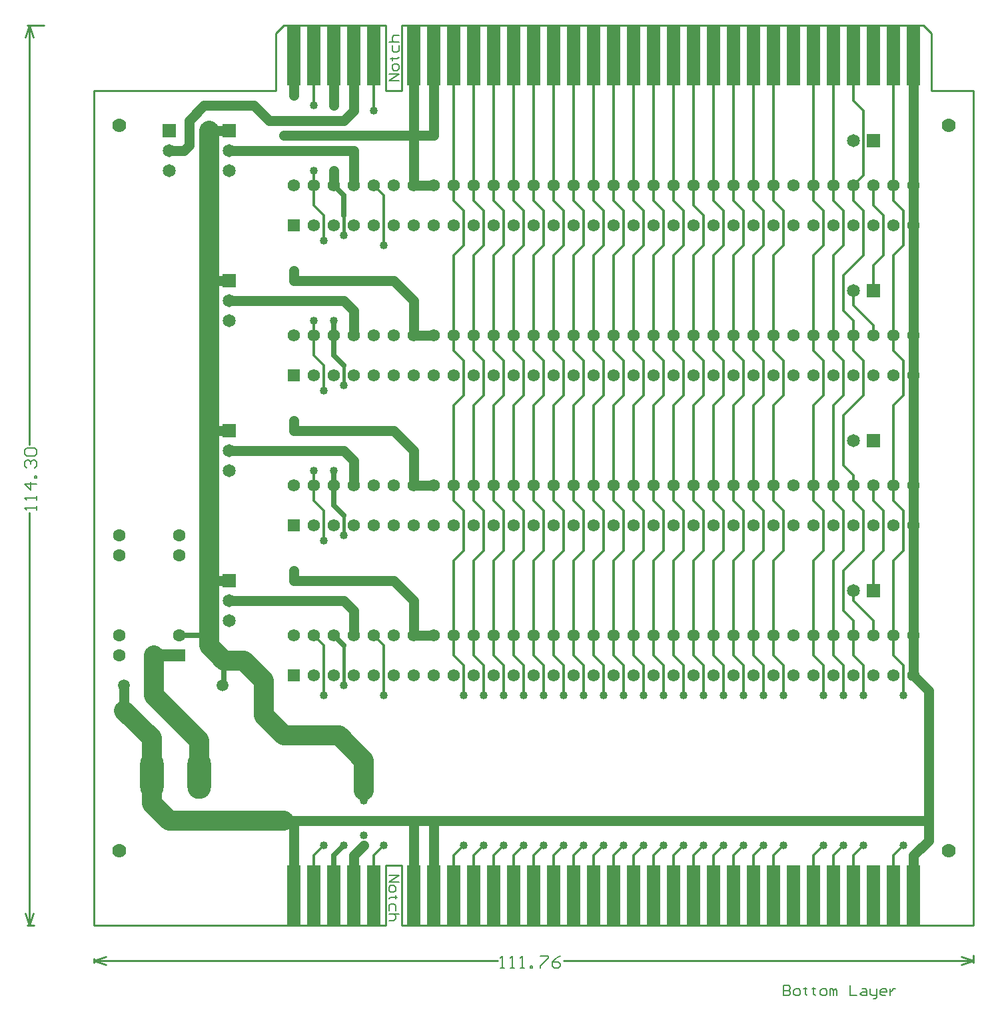
<source format=gbl>
G04*
G04 #@! TF.GenerationSoftware,Altium Limited,CircuitStudio,1.5.2 (30)*
G04*
G04 Layer_Physical_Order=2*
G04 Layer_Color=16711680*
%FSLAX25Y25*%
%MOIN*%
G70*
G01*
G75*
%ADD10R,0.06500X0.30000*%
%ADD11C,0.05000*%
%ADD12C,0.01200*%
%ADD13C,0.10000*%
%ADD14C,0.02500*%
%ADD15C,0.00800*%
%ADD16C,0.01000*%
%ADD17C,0.00600*%
%ADD18C,0.07000*%
%ADD19R,0.06500X0.06500*%
%ADD20C,0.06500*%
%ADD21C,0.05906*%
%ADD22R,0.06500X0.06500*%
%ADD23O,0.11811X0.23622*%
%ADD24C,0.06200*%
%ADD25R,0.06200X0.06200*%
%ADD26R,0.06300X0.06300*%
%ADD27C,0.06300*%
%ADD28C,0.04000*%
%ADD29C,0.06000*%
%ADD30C,0.01500*%
D10*
X585000Y212500D02*
D03*
X575000D02*
D03*
X565000D02*
D03*
X555000D02*
D03*
X545000D02*
D03*
X535000D02*
D03*
X525000D02*
D03*
X515000D02*
D03*
X505000D02*
D03*
X495000D02*
D03*
X485000D02*
D03*
X475000D02*
D03*
X465000D02*
D03*
X455000D02*
D03*
X445000D02*
D03*
X435000D02*
D03*
X425000D02*
D03*
X415000D02*
D03*
X405000D02*
D03*
X395000D02*
D03*
X385000D02*
D03*
X375000D02*
D03*
X345000D02*
D03*
X335000D02*
D03*
X325000D02*
D03*
X315000D02*
D03*
X595000D02*
D03*
X605000D02*
D03*
X615000D02*
D03*
X625000D02*
D03*
X355000D02*
D03*
Y632500D02*
D03*
X625000D02*
D03*
X615000D02*
D03*
X605000D02*
D03*
X595000D02*
D03*
X315000D02*
D03*
X325000D02*
D03*
X335000D02*
D03*
X345000D02*
D03*
X375000D02*
D03*
X385000D02*
D03*
X395000D02*
D03*
X405000D02*
D03*
X415000D02*
D03*
X425000D02*
D03*
X435000D02*
D03*
X445000D02*
D03*
X455000D02*
D03*
X465000D02*
D03*
X475000D02*
D03*
X485000D02*
D03*
X495000D02*
D03*
X505000D02*
D03*
X515000D02*
D03*
X525000D02*
D03*
X535000D02*
D03*
X545000D02*
D03*
X555000D02*
D03*
X565000D02*
D03*
X575000D02*
D03*
X585000D02*
D03*
D11*
X230000Y305000D02*
Y317500D01*
X295000Y607500D02*
X302500Y600000D01*
X270000Y607500D02*
X295000D01*
X262500Y600000D02*
X270000Y607500D01*
X272500Y337500D02*
Y595000D01*
X252500Y585000D02*
X260000D01*
X262500Y587500D01*
Y600000D01*
X302500D02*
X340000D01*
X345000Y605000D01*
Y632500D01*
X335000Y567500D02*
Y575000D01*
X272500Y445000D02*
X282500D01*
X272500Y370000D02*
X282500D01*
X315000Y520000D02*
Y525000D01*
X310000Y592500D02*
X315000D01*
Y445000D02*
Y450000D01*
X310000Y250000D02*
X315000D01*
Y212500D02*
Y250000D01*
X375000D01*
Y212500D02*
Y250000D01*
X632500D01*
X345000Y567500D02*
Y585000D01*
X282500D02*
X345000D01*
X315000Y370000D02*
Y375000D01*
X632500Y240000D02*
Y315000D01*
X625000Y547500D02*
Y567500D01*
Y492500D02*
Y547500D01*
Y472500D02*
Y492500D01*
Y417500D02*
Y472500D01*
Y397500D02*
Y417500D01*
Y342500D02*
Y397500D01*
Y322500D02*
Y342500D01*
Y322500D02*
X632500Y315000D01*
X625000Y212500D02*
Y232500D01*
X345000Y212500D02*
Y232500D01*
X350000Y237500D01*
X282500Y360000D02*
X340000D01*
X345000Y355000D01*
Y342500D02*
Y355000D01*
Y417500D02*
Y430000D01*
X340000Y435000D02*
X345000Y430000D01*
X282500Y435000D02*
X340000D01*
X345000Y495000D02*
Y505000D01*
X340000Y510000D02*
X345000Y505000D01*
X282500Y510000D02*
X340000D01*
X385000Y212500D02*
Y247500D01*
X375000Y342500D02*
X385000D01*
X375000Y417500D02*
X385000D01*
X315000Y612500D02*
Y632500D01*
X335000Y607500D02*
Y632500D01*
X375000Y567500D02*
X385000D01*
X375000Y492500D02*
X385000D01*
X365000Y370000D02*
X375000Y360000D01*
Y342500D02*
Y360000D01*
X315000Y370000D02*
X365000D01*
Y445000D02*
X375000Y435000D01*
Y417500D02*
Y435000D01*
X315000Y445000D02*
X365000D01*
Y520000D02*
X375000Y510000D01*
Y492500D02*
Y510000D01*
X315000Y520000D02*
X365000D01*
X315000Y592500D02*
X375000D01*
Y567500D02*
Y592500D01*
Y632500D01*
X385000Y592500D02*
Y632500D01*
X375000Y592500D02*
X385000D01*
X272500Y520000D02*
X282500D01*
X272500Y595000D02*
X282500D01*
X625000Y567500D02*
Y632500D01*
Y232500D02*
X632500Y240000D01*
D12*
X605000Y365000D02*
Y380000D01*
X610000Y385000D01*
Y405000D01*
X605000Y410000D02*
X610000Y405000D01*
X605000Y410000D02*
Y417500D01*
Y342500D02*
Y350000D01*
X595000Y360000D02*
X605000Y350000D01*
X595000Y360000D02*
Y365000D01*
Y332500D02*
Y342500D01*
X590000Y375000D02*
X600000Y385000D01*
X595000Y342500D02*
Y350000D01*
X590000Y355000D02*
X595000Y350000D01*
X590000Y355000D02*
Y375000D01*
X595000Y410000D02*
Y417500D01*
Y422500D01*
X590000Y427500D02*
X595000Y422500D01*
X590000Y427500D02*
Y452500D01*
X605000Y492500D02*
Y497500D01*
X595000Y507500D02*
X605000Y497500D01*
X595000Y507500D02*
Y515000D01*
X600000Y532500D02*
Y555000D01*
Y532500D02*
Y537500D01*
X590000Y522500D02*
X600000Y532500D01*
X590000Y505000D02*
Y522500D01*
Y505000D02*
X595000Y500000D01*
Y492500D02*
Y500000D01*
X605000Y515000D02*
Y527500D01*
X610000Y532500D01*
Y552500D01*
X605000Y557500D02*
X610000Y552500D01*
X605000Y557500D02*
Y567500D01*
X595000Y485000D02*
Y492500D01*
Y567500D02*
X600000Y572500D01*
Y605000D01*
X595000Y610000D02*
X600000Y605000D01*
X595000Y610000D02*
Y632500D01*
Y560000D02*
X600000Y555000D01*
X595000Y560000D02*
Y567500D01*
X325000Y557500D02*
Y575000D01*
Y482500D02*
Y500000D01*
X400000Y537500D02*
Y555000D01*
X395000Y560000D02*
X400000Y555000D01*
X395000Y560000D02*
Y632500D01*
X410000Y537500D02*
Y555000D01*
X405000Y560000D02*
X410000Y555000D01*
X405000Y560000D02*
Y632500D01*
X420000Y537500D02*
Y555000D01*
X415000Y560000D02*
X420000Y555000D01*
X415000Y560000D02*
Y632500D01*
X430000Y537500D02*
Y555000D01*
X425000Y560000D02*
X430000Y555000D01*
X425000Y560000D02*
Y632500D01*
X440000Y537500D02*
Y555000D01*
X435000Y560000D02*
X440000Y555000D01*
X435000Y560000D02*
Y632500D01*
X450000Y537500D02*
Y555000D01*
X445000Y560000D02*
X450000Y555000D01*
X445000Y560000D02*
Y632500D01*
X460000Y537500D02*
Y555000D01*
X455000Y560000D02*
X460000Y555000D01*
X455000Y560000D02*
Y632500D01*
X470000Y537500D02*
Y555000D01*
X465000Y560000D02*
X470000Y555000D01*
X465000Y560000D02*
Y632500D01*
X480000Y537500D02*
Y555000D01*
X475000Y560000D02*
X480000Y555000D01*
X475000Y560000D02*
Y632500D01*
X490000Y537500D02*
Y555000D01*
X485000Y560000D02*
X490000Y555000D01*
X485000Y560000D02*
Y632500D01*
X500000Y537500D02*
Y555000D01*
X495000Y560000D02*
X500000Y555000D01*
X495000Y560000D02*
Y632500D01*
X510000Y537500D02*
Y555000D01*
X505000Y560000D02*
X510000Y555000D01*
X505000Y560000D02*
Y632500D01*
X520000Y537500D02*
Y552500D01*
X515000Y557500D02*
X520000Y552500D01*
X515000Y557500D02*
Y632500D01*
X530000Y537500D02*
Y555000D01*
X525000Y560000D02*
X530000Y555000D01*
X525000Y560000D02*
Y632500D01*
X540000Y537500D02*
Y555000D01*
X535000Y560000D02*
X540000Y555000D01*
X535000Y560000D02*
Y632500D01*
X550000Y537500D02*
Y555000D01*
X545000Y560000D02*
X550000Y555000D01*
X545000Y560000D02*
Y632500D01*
X560000Y537500D02*
Y555000D01*
X555000Y560000D02*
X560000Y555000D01*
X555000Y560000D02*
Y632500D01*
X580000Y537500D02*
Y555000D01*
X575000Y560000D02*
X580000Y555000D01*
X575000Y560000D02*
Y632500D01*
X590000Y537500D02*
Y555000D01*
X585000Y560000D02*
X590000Y555000D01*
X585000Y560000D02*
Y632500D01*
X620000Y537500D02*
Y555000D01*
X615000Y560000D02*
X620000Y555000D01*
X615000Y560000D02*
Y632500D01*
X620000Y462500D02*
Y480000D01*
X615000Y485000D02*
X620000Y480000D01*
X615000Y485000D02*
Y532500D01*
X600000Y462500D02*
Y480000D01*
X595000Y485000D02*
X600000Y480000D01*
X590000Y462500D02*
Y480000D01*
X585000Y485000D02*
X590000Y480000D01*
X585000Y485000D02*
Y532500D01*
X580000Y462500D02*
Y480000D01*
X575000Y485000D02*
X580000Y480000D01*
X575000Y485000D02*
Y532500D01*
X560000Y462500D02*
Y480000D01*
X555000Y485000D02*
X560000Y480000D01*
X555000Y485000D02*
Y532500D01*
X550000Y462500D02*
Y480000D01*
X545000Y485000D02*
X550000Y480000D01*
X545000Y485000D02*
Y532500D01*
X540000Y462500D02*
Y480000D01*
X535000Y485000D02*
X540000Y480000D01*
X535000Y485000D02*
Y532500D01*
X530000Y462500D02*
Y480000D01*
X525000Y485000D02*
X530000Y480000D01*
X525000Y485000D02*
Y532500D01*
X520000Y462500D02*
Y480000D01*
X515000Y485000D02*
X520000Y480000D01*
X515000Y485000D02*
Y532500D01*
X510000Y462500D02*
Y480000D01*
X505000Y485000D02*
X510000Y480000D01*
X505000Y485000D02*
Y532500D01*
X500000Y462500D02*
Y480000D01*
X495000Y485000D02*
X500000Y480000D01*
X495000Y485000D02*
Y532500D01*
X490000Y462500D02*
Y480000D01*
X485000Y485000D02*
X490000Y480000D01*
X485000Y485000D02*
Y532500D01*
X480000Y462500D02*
Y480000D01*
X475000Y485000D02*
X480000Y480000D01*
X475000Y485000D02*
Y532500D01*
X470000Y462500D02*
Y480000D01*
X465000Y485000D02*
X470000Y480000D01*
X465000Y485000D02*
Y532500D01*
X460000Y462500D02*
Y480000D01*
X455000Y485000D02*
X460000Y480000D01*
X455000Y485000D02*
Y532500D01*
X450000Y462500D02*
Y480000D01*
X445000Y485000D02*
X450000Y480000D01*
X445000Y485000D02*
Y532500D01*
X440000Y462500D02*
Y480000D01*
X435000Y485000D02*
X440000Y480000D01*
X435000Y485000D02*
Y532500D01*
X430000Y462500D02*
Y480000D01*
X425000Y485000D02*
X430000Y480000D01*
X425000Y485000D02*
Y532500D01*
X420000Y462500D02*
Y480000D01*
X415000Y485000D02*
X420000Y480000D01*
X415000Y485000D02*
Y532500D01*
X410000Y462500D02*
Y480000D01*
X405000Y485000D02*
X410000Y480000D01*
X405000Y485000D02*
Y532500D01*
X400000Y462500D02*
Y480000D01*
X395000Y485000D02*
X400000Y480000D01*
X395000Y485000D02*
Y532500D01*
X330000Y390000D02*
Y405000D01*
X325000Y410000D02*
X330000Y405000D01*
X325000Y410000D02*
Y425000D01*
X620000Y385000D02*
Y405000D01*
X615000Y410000D02*
X620000Y405000D01*
X615000Y410000D02*
Y457500D01*
X400000Y385000D02*
Y405000D01*
X395000Y410000D02*
X400000Y405000D01*
X395000Y410000D02*
Y457500D01*
X410000Y385000D02*
Y405000D01*
X405000Y410000D02*
X410000Y405000D01*
X405000Y410000D02*
Y457500D01*
X420000Y385000D02*
Y405000D01*
X415000Y410000D02*
X420000Y405000D01*
X415000Y410000D02*
Y457500D01*
X430000Y385000D02*
Y405000D01*
X425000Y410000D02*
X430000Y405000D01*
X425000Y410000D02*
Y457500D01*
X440000Y385000D02*
Y405000D01*
X435000Y410000D02*
X440000Y405000D01*
X435000Y410000D02*
Y457500D01*
X450000Y385000D02*
Y405000D01*
X445000Y410000D02*
X450000Y405000D01*
X445000Y410000D02*
Y457500D01*
X460000Y385000D02*
Y405000D01*
X455000Y410000D02*
X460000Y405000D01*
X455000Y410000D02*
Y457500D01*
X470000Y385000D02*
Y405000D01*
X465000Y410000D02*
X470000Y405000D01*
X465000Y410000D02*
Y457500D01*
X480000Y385000D02*
Y405000D01*
X475000Y410000D02*
X480000Y405000D01*
X475000Y410000D02*
Y457500D01*
X490000Y385000D02*
Y405000D01*
X485000Y410000D02*
X490000Y405000D01*
X485000Y410000D02*
Y457500D01*
X500000Y385000D02*
Y405000D01*
X495000Y410000D02*
X500000Y405000D01*
X495000Y410000D02*
Y457500D01*
X510000Y385000D02*
Y405000D01*
X505000Y410000D02*
X510000Y405000D01*
X505000Y410000D02*
Y457500D01*
X520000Y385000D02*
Y405000D01*
X515000Y410000D02*
X520000Y405000D01*
X515000Y410000D02*
Y457500D01*
X530000Y385000D02*
Y405000D01*
X525000Y410000D02*
X530000Y405000D01*
X525000Y410000D02*
Y457500D01*
X540000Y385000D02*
Y405000D01*
X535000Y410000D02*
X540000Y405000D01*
X535000Y410000D02*
Y457500D01*
X550000Y385000D02*
Y405000D01*
X545000Y410000D02*
X550000Y405000D01*
X545000Y410000D02*
Y457500D01*
X560000Y385000D02*
Y405000D01*
X555000Y410000D02*
X560000Y405000D01*
X555000Y410000D02*
Y457500D01*
X580000Y385000D02*
Y405000D01*
X575000Y410000D02*
X580000Y405000D01*
X575000Y410000D02*
Y457500D01*
X590000Y385000D02*
Y405000D01*
X585000Y410000D02*
X590000Y405000D01*
X585000Y410000D02*
Y457500D01*
X600000Y385000D02*
Y405000D01*
X595000Y410000D02*
X600000Y405000D01*
X615000Y380000D02*
X620000Y385000D01*
X615000Y332500D02*
Y380000D01*
X585000D02*
X590000Y385000D01*
X585000Y332500D02*
Y380000D01*
X575000D02*
X580000Y385000D01*
X575000Y332500D02*
Y380000D01*
X555000D02*
X560000Y385000D01*
X555000Y332500D02*
Y380000D01*
X545000D02*
X550000Y385000D01*
X545000Y332500D02*
Y380000D01*
X535000D02*
X540000Y385000D01*
X535000Y332500D02*
Y380000D01*
X525000D02*
X530000Y385000D01*
X525000Y332500D02*
Y380000D01*
X515000D02*
X520000Y385000D01*
X515000Y332500D02*
Y380000D01*
X505000D02*
X510000Y385000D01*
X505000Y332500D02*
Y380000D01*
X495000D02*
X500000Y385000D01*
X495000Y332500D02*
Y380000D01*
X485000D02*
X490000Y385000D01*
X485000Y332500D02*
Y380000D01*
X475000D02*
X480000Y385000D01*
X475000Y332500D02*
Y380000D01*
X465000D02*
X470000Y385000D01*
X465000Y332500D02*
Y380000D01*
X455000D02*
X460000Y385000D01*
X455000Y332500D02*
Y380000D01*
X445000D02*
X450000Y385000D01*
X445000Y332500D02*
Y380000D01*
X425000D02*
X430000Y385000D01*
X425000Y332500D02*
Y380000D01*
X435000D02*
X440000Y385000D01*
X435000Y332500D02*
Y380000D01*
X415000D02*
X420000Y385000D01*
X415000Y332500D02*
Y380000D01*
X405000D02*
X410000Y385000D01*
X405000Y332500D02*
Y380000D01*
X395000D02*
X400000Y385000D01*
X395000Y332500D02*
Y380000D01*
X355000Y567500D02*
X360000Y562500D01*
Y537500D02*
Y562500D01*
X325000Y342500D02*
X330000Y337500D01*
Y312500D02*
Y337500D01*
X360000Y312500D02*
Y337500D01*
X355000Y342500D02*
X360000Y337500D01*
X325000Y232500D02*
X330000Y237500D01*
X325000Y212500D02*
Y232500D01*
Y482500D02*
X330000Y477500D01*
Y465000D02*
Y477500D01*
Y540000D02*
Y552500D01*
X325000Y557500D02*
X330000Y552500D01*
X395000Y212500D02*
Y232500D01*
X400000Y237500D01*
X405000Y212500D02*
Y232500D01*
X410000Y237500D01*
X415000Y212500D02*
Y232500D01*
X420000Y237500D01*
X425000Y212500D02*
Y232500D01*
X430000Y237500D01*
X465000Y232500D02*
X470000Y237500D01*
X465000Y212500D02*
Y232500D01*
X455000D02*
X460000Y237500D01*
X455000Y212500D02*
Y232500D01*
X445000D02*
X450000Y237500D01*
X445000Y212500D02*
Y232500D01*
X435000D02*
X440000Y237500D01*
X435000Y212500D02*
Y232500D01*
X505000D02*
X510000Y237500D01*
X505000Y212500D02*
Y232500D01*
X495000Y212500D02*
Y232500D01*
X485000D02*
X490000Y237500D01*
X485000Y212500D02*
Y232500D01*
X475000D02*
X480000Y237500D01*
X475000Y212500D02*
Y232500D01*
X545000D02*
X550000Y237500D01*
X545000Y212500D02*
Y232500D01*
X535000D02*
X540000Y237500D01*
X535000Y212500D02*
Y232500D01*
X525000D02*
X530000Y237500D01*
X525000Y212500D02*
Y232500D01*
X515000D02*
X520000Y237500D01*
X515000Y212500D02*
Y232500D01*
X585000D02*
X590000Y237500D01*
X585000Y212500D02*
Y232500D01*
X575000D02*
X580000Y237500D01*
X575000Y212500D02*
Y232500D01*
X555000D02*
X560000Y237500D01*
X555000Y212500D02*
Y232500D01*
X595000Y212500D02*
Y232500D01*
X600000Y237500D01*
X615000Y212500D02*
Y232500D01*
X620000Y237500D01*
X355000Y212500D02*
Y232500D01*
X360000Y237500D01*
X325000Y607500D02*
Y632500D01*
X495000Y232500D02*
X500000Y237500D01*
X400000Y312500D02*
Y327500D01*
X395000Y332500D02*
X400000Y327500D01*
X405000Y332500D02*
X410000Y327500D01*
Y312500D02*
Y327500D01*
X415000Y332500D02*
X420000Y327500D01*
Y312500D02*
Y327500D01*
X425000Y332500D02*
X430000Y327500D01*
Y312500D02*
Y327500D01*
X435000Y332500D02*
X440000Y327500D01*
Y312500D02*
Y327500D01*
X445000Y332500D02*
X450000Y327500D01*
Y312500D02*
Y327500D01*
X455000Y332500D02*
X460000Y327500D01*
Y312500D02*
Y327500D01*
X465000Y332500D02*
X470000Y327500D01*
Y312500D02*
Y327500D01*
X475000Y332500D02*
X480000Y327500D01*
Y312500D02*
Y327500D01*
X485000Y332500D02*
X490000Y327500D01*
Y312500D02*
Y327500D01*
X495000Y332500D02*
X500000Y327500D01*
Y312500D02*
Y327500D01*
X505000Y332500D02*
X510000Y327500D01*
Y312500D02*
Y327500D01*
X515000Y332500D02*
X520000Y327500D01*
Y312500D02*
Y327500D01*
X525000Y332500D02*
X530000Y327500D01*
Y312500D02*
Y327500D01*
X535000Y332500D02*
X540000Y327500D01*
Y312500D02*
Y327500D01*
X545000Y332500D02*
X550000Y327500D01*
Y312500D02*
Y327500D01*
X555000Y332500D02*
X560000Y327500D01*
Y312500D02*
Y327500D01*
X575000Y332500D02*
X580000Y327500D01*
Y312500D02*
Y327500D01*
X585000Y332500D02*
X590000Y327500D01*
Y312500D02*
Y327500D01*
X595000Y332500D02*
X600000Y327500D01*
Y312500D02*
Y327500D01*
X615000Y332500D02*
X620000Y327500D01*
Y312500D02*
Y327500D01*
X395000Y457500D02*
X400000Y462500D01*
X405000Y457500D02*
X410000Y462500D01*
X415000Y457500D02*
X420000Y462500D01*
X425000Y457500D02*
X430000Y462500D01*
X435000Y457500D02*
X440000Y462500D01*
X445000Y457500D02*
X450000Y462500D01*
X455000Y457500D02*
X460000Y462500D01*
X465000Y457500D02*
X470000Y462500D01*
X475000Y457500D02*
X480000Y462500D01*
X485000Y457500D02*
X490000Y462500D01*
X495000Y457500D02*
X500000Y462500D01*
X505000Y457500D02*
X510000Y462500D01*
X515000Y457500D02*
X520000Y462500D01*
X525000Y457500D02*
X530000Y462500D01*
X535000Y457500D02*
X540000Y462500D01*
X545000Y457500D02*
X550000Y462500D01*
X555000Y457500D02*
X560000Y462500D01*
X575000Y457500D02*
X580000Y462500D01*
X585000Y457500D02*
X590000Y462500D01*
Y452500D02*
X600000Y462500D01*
X615000Y457500D02*
X620000Y462500D01*
X615000Y532500D02*
X620000Y537500D01*
X585000Y532500D02*
X590000Y537500D01*
X575000Y532500D02*
X580000Y537500D01*
X555000Y532500D02*
X560000Y537500D01*
X545000Y532500D02*
X550000Y537500D01*
X535000Y532500D02*
X540000Y537500D01*
X525000Y532500D02*
X530000Y537500D01*
X515000Y532500D02*
X520000Y537500D01*
X505000Y532500D02*
X510000Y537500D01*
X495000Y532500D02*
X500000Y537500D01*
X485000Y532500D02*
X490000Y537500D01*
X475000Y532500D02*
X480000Y537500D01*
X465000Y532500D02*
X470000Y537500D01*
X455000Y532500D02*
X460000Y537500D01*
X445000Y532500D02*
X450000Y537500D01*
X435000Y532500D02*
X440000Y537500D01*
X425000Y532500D02*
X430000Y537500D01*
X415000Y532500D02*
X420000Y537500D01*
X405000Y532500D02*
X410000Y537500D01*
X395000Y532500D02*
X400000Y537500D01*
X355000Y605000D02*
Y632500D01*
D13*
X243878Y272500D02*
Y291122D01*
Y258622D02*
Y272500D01*
X252500Y250000D02*
X310000D01*
X243878Y258622D02*
X252500Y250000D01*
X230000Y305000D02*
X243878Y291122D01*
X245000Y312500D02*
Y332500D01*
Y312500D02*
X267500Y290000D01*
Y272500D02*
Y290000D01*
X272500Y337500D02*
Y370000D01*
X280000Y330000D02*
X290000D01*
X272500Y370000D02*
Y445000D01*
X290000Y330000D02*
X300000Y320000D01*
Y302500D02*
Y320000D01*
Y302500D02*
X310000Y292500D01*
X337500D01*
X350000Y280000D01*
Y265000D02*
Y280000D01*
X272500Y445000D02*
Y520000D01*
Y595000D01*
Y337500D02*
X280000Y330000D01*
D14*
X279213Y317500D02*
X280000Y318287D01*
Y330000D01*
X257500Y342500D02*
X272500D01*
X335000Y482500D02*
Y500000D01*
Y567500D02*
X340000Y562500D01*
Y552500D02*
Y562500D01*
X335000Y407500D02*
Y425000D01*
Y342500D02*
X340000Y337500D01*
X335000Y212500D02*
Y232500D01*
X340000Y237500D01*
X335000Y482500D02*
X340000Y477500D01*
X335000Y407500D02*
X340000Y402500D01*
D15*
X560000Y167498D02*
Y162500D01*
X562499D01*
X563332Y163333D01*
Y164166D01*
X562499Y164999D01*
X560000D01*
X562499D01*
X563332Y165832D01*
Y166665D01*
X562499Y167498D01*
X560000D01*
X565831Y162500D02*
X567498D01*
X568331Y163333D01*
Y164999D01*
X567498Y165832D01*
X565831D01*
X564998Y164999D01*
Y163333D01*
X565831Y162500D01*
X570830Y166665D02*
Y165832D01*
X569997D01*
X571663D01*
X570830D01*
Y163333D01*
X571663Y162500D01*
X574995Y166665D02*
Y165832D01*
X574162D01*
X575828D01*
X574995D01*
Y163333D01*
X575828Y162500D01*
X579160D02*
X580827D01*
X581660Y163333D01*
Y164999D01*
X580827Y165832D01*
X579160D01*
X578327Y164999D01*
Y163333D01*
X579160Y162500D01*
X583326D02*
Y165832D01*
X584159D01*
X584992Y164999D01*
Y162500D01*
Y164999D01*
X585825Y165832D01*
X586658Y164999D01*
Y162500D01*
X593323Y167498D02*
Y162500D01*
X596655D01*
X599154Y165832D02*
X600820D01*
X601653Y164999D01*
Y162500D01*
X599154D01*
X598321Y163333D01*
X599154Y164166D01*
X601653D01*
X603319Y165832D02*
Y163333D01*
X604152Y162500D01*
X606652D01*
Y161667D01*
X605819Y160834D01*
X604985D01*
X606652Y162500D02*
Y165832D01*
X610817Y162500D02*
X609151D01*
X608318Y163333D01*
Y164999D01*
X609151Y165832D01*
X610817D01*
X611650Y164999D01*
Y164166D01*
X608318D01*
X613316Y165832D02*
Y162500D01*
Y164166D01*
X614149Y164999D01*
X614982Y165832D01*
X615815D01*
X367500Y620000D02*
X362502D01*
X367500Y623332D01*
X362502D01*
X367500Y625831D02*
Y627498D01*
X366667Y628331D01*
X365001D01*
X364168Y627498D01*
Y625831D01*
X365001Y624998D01*
X366667D01*
X367500Y625831D01*
X363335Y630830D02*
X364168D01*
Y629997D01*
Y631663D01*
Y630830D01*
X366667D01*
X367500Y631663D01*
X364168Y637494D02*
Y634995D01*
X365001Y634162D01*
X366667D01*
X367500Y634995D01*
Y637494D01*
X362502Y639160D02*
X367500D01*
X365001D01*
X364168Y639993D01*
Y641660D01*
X365001Y642493D01*
X367500D01*
X362500Y222500D02*
X367498D01*
X362500Y219168D01*
X367498D01*
X362500Y216669D02*
Y215002D01*
X363333Y214169D01*
X364999D01*
X365832Y215002D01*
Y216669D01*
X364999Y217502D01*
X363333D01*
X362500Y216669D01*
X366665Y211670D02*
X365832D01*
Y212503D01*
Y210837D01*
Y211670D01*
X363333D01*
X362500Y210837D01*
X365832Y205006D02*
Y207505D01*
X364999Y208338D01*
X363333D01*
X362500Y207505D01*
Y205006D01*
X367498Y203340D02*
X362500D01*
X364999D01*
X365832Y202506D01*
Y200840D01*
X364999Y200007D01*
X362500D01*
D16*
X655000Y179000D02*
Y182500D01*
X215000Y179000D02*
Y181000D01*
X449995Y180000D02*
X655000D01*
X215000D02*
X416805D01*
X649000Y182000D02*
X655000Y180000D01*
X649000Y178000D02*
X655000Y180000D01*
X215000D02*
X221000Y178000D01*
X215000Y180000D02*
X221000Y182000D01*
X181500Y647500D02*
X190000D01*
X181500Y197500D02*
X185000D01*
X182500Y437995D02*
Y647500D01*
Y197500D02*
Y403805D01*
X180500Y641500D02*
X182500Y647500D01*
X184500Y641500D01*
X182500Y197500D02*
X184500Y203500D01*
X180500D02*
X182500Y197500D01*
X630000Y647500D02*
X634000Y643500D01*
X306000D02*
X310000Y647500D01*
X634000Y615000D02*
Y643500D01*
Y615000D02*
X655000D01*
X306000D02*
Y643500D01*
X215000Y615000D02*
X306000D01*
X369000Y647500D02*
X630000D01*
X369000Y615000D02*
Y647500D01*
X361000Y615000D02*
X369000D01*
X361000D02*
Y647500D01*
X310000D02*
X361000D01*
Y615000D02*
Y647500D01*
Y615000D02*
X369000D01*
Y647500D01*
X215000Y197500D02*
X361000D01*
X369000D02*
X655000D01*
X361000D02*
Y227500D01*
X369000D01*
Y197500D02*
Y227500D01*
X215000Y197500D02*
Y615000D01*
X655000Y197500D02*
Y615000D01*
D17*
X418405Y176401D02*
X420404D01*
X419405D01*
Y182399D01*
X418405Y181399D01*
X423403Y176401D02*
X425403D01*
X424403D01*
Y182399D01*
X423403Y181399D01*
X428402Y176401D02*
X430401D01*
X429401D01*
Y182399D01*
X428402Y181399D01*
X433400Y176401D02*
Y177401D01*
X434400D01*
Y176401D01*
X433400D01*
X438398Y182399D02*
X442397D01*
Y181399D01*
X438398Y177401D01*
Y176401D01*
X448395Y182399D02*
X446396Y181399D01*
X444396Y179400D01*
Y177401D01*
X445396Y176401D01*
X447396D01*
X448395Y177401D01*
Y178400D01*
X447396Y179400D01*
X444396D01*
X186099Y405405D02*
Y407404D01*
Y406405D01*
X180101D01*
X181101Y405405D01*
X186099Y410403D02*
Y412403D01*
Y411403D01*
X180101D01*
X181101Y410403D01*
X186099Y418401D02*
X180101D01*
X183100Y415402D01*
Y419401D01*
X186099Y421400D02*
X185099D01*
Y422400D01*
X186099D01*
Y421400D01*
X181101Y426398D02*
X180101Y427398D01*
Y429397D01*
X181101Y430397D01*
X182100D01*
X183100Y429397D01*
Y428398D01*
Y429397D01*
X184100Y430397D01*
X185099D01*
X186099Y429397D01*
Y427398D01*
X185099Y426398D01*
X181101Y432396D02*
X180101Y433396D01*
Y435395D01*
X181101Y436395D01*
X185099D01*
X186099Y435395D01*
Y433396D01*
X185099Y432396D01*
X181101D01*
D18*
X227500Y597500D02*
D03*
X642500D02*
D03*
Y235000D02*
D03*
X227500D02*
D03*
D19*
X605000Y440000D02*
D03*
Y515000D02*
D03*
Y590000D02*
D03*
Y365000D02*
D03*
D20*
X595000Y440000D02*
D03*
Y515000D02*
D03*
Y590000D02*
D03*
X282500Y585000D02*
D03*
Y575000D02*
D03*
X252500Y585000D02*
D03*
Y575000D02*
D03*
X282500Y435000D02*
D03*
Y425000D02*
D03*
Y510000D02*
D03*
Y500000D02*
D03*
Y360000D02*
D03*
Y350000D02*
D03*
X595000Y365000D02*
D03*
D21*
X230000Y317500D02*
D03*
X279213D02*
D03*
D22*
X282500Y595000D02*
D03*
X252500D02*
D03*
X282500Y445000D02*
D03*
Y520000D02*
D03*
Y370000D02*
D03*
D23*
X243878Y272500D02*
D03*
X267500D02*
D03*
D24*
X625000Y547500D02*
D03*
X615000D02*
D03*
X625000Y567500D02*
D03*
X615000D02*
D03*
X605000D02*
D03*
X595000D02*
D03*
X585000D02*
D03*
X575000D02*
D03*
X565000D02*
D03*
X555000D02*
D03*
X545000D02*
D03*
X535000D02*
D03*
X525000D02*
D03*
X515000D02*
D03*
X505000D02*
D03*
X495000D02*
D03*
X485000D02*
D03*
X475000D02*
D03*
X465000D02*
D03*
X455000D02*
D03*
X445000D02*
D03*
X435000D02*
D03*
X425000D02*
D03*
X415000D02*
D03*
X405000D02*
D03*
X395000D02*
D03*
X385000D02*
D03*
X375000D02*
D03*
X365000D02*
D03*
X355000D02*
D03*
X345000D02*
D03*
X335000D02*
D03*
X325000D02*
D03*
X315000D02*
D03*
X605000Y547500D02*
D03*
X595000D02*
D03*
X585000D02*
D03*
X575000D02*
D03*
X565000D02*
D03*
X555000D02*
D03*
X545000D02*
D03*
X535000D02*
D03*
X525000D02*
D03*
X515000D02*
D03*
X505000D02*
D03*
X495000D02*
D03*
X485000D02*
D03*
X475000D02*
D03*
X465000D02*
D03*
X455000D02*
D03*
X445000D02*
D03*
X435000D02*
D03*
X425000D02*
D03*
X415000D02*
D03*
X405000D02*
D03*
X395000D02*
D03*
X385000D02*
D03*
X375000D02*
D03*
X365000D02*
D03*
X355000D02*
D03*
X345000D02*
D03*
X335000D02*
D03*
X325000D02*
D03*
X625000Y472500D02*
D03*
X615000D02*
D03*
X625000Y492500D02*
D03*
X615000D02*
D03*
X605000D02*
D03*
X595000D02*
D03*
X585000D02*
D03*
X575000D02*
D03*
X565000D02*
D03*
X555000D02*
D03*
X545000D02*
D03*
X535000D02*
D03*
X525000D02*
D03*
X515000D02*
D03*
X505000D02*
D03*
X495000D02*
D03*
X485000D02*
D03*
X475000D02*
D03*
X465000D02*
D03*
X455000D02*
D03*
X445000D02*
D03*
X435000D02*
D03*
X425000D02*
D03*
X415000D02*
D03*
X405000D02*
D03*
X395000D02*
D03*
X385000D02*
D03*
X375000D02*
D03*
X365000D02*
D03*
X355000D02*
D03*
X345000D02*
D03*
X335000D02*
D03*
X325000D02*
D03*
X315000D02*
D03*
X605000Y472500D02*
D03*
X595000D02*
D03*
X585000D02*
D03*
X575000D02*
D03*
X565000D02*
D03*
X555000D02*
D03*
X545000D02*
D03*
X535000D02*
D03*
X525000D02*
D03*
X515000D02*
D03*
X505000D02*
D03*
X495000D02*
D03*
X485000D02*
D03*
X475000D02*
D03*
X465000D02*
D03*
X455000D02*
D03*
X445000D02*
D03*
X435000D02*
D03*
X425000D02*
D03*
X415000D02*
D03*
X405000D02*
D03*
X395000D02*
D03*
X385000D02*
D03*
X375000D02*
D03*
X365000D02*
D03*
X355000D02*
D03*
X345000D02*
D03*
X335000D02*
D03*
X325000D02*
D03*
X625000Y397500D02*
D03*
X615000D02*
D03*
X625000Y417500D02*
D03*
X615000D02*
D03*
X605000D02*
D03*
X595000D02*
D03*
X585000D02*
D03*
X575000D02*
D03*
X565000D02*
D03*
X555000D02*
D03*
X545000D02*
D03*
X535000D02*
D03*
X525000D02*
D03*
X515000D02*
D03*
X505000D02*
D03*
X495000D02*
D03*
X485000D02*
D03*
X475000D02*
D03*
X465000D02*
D03*
X455000D02*
D03*
X445000D02*
D03*
X435000D02*
D03*
X425000D02*
D03*
X415000D02*
D03*
X405000D02*
D03*
X395000D02*
D03*
X385000D02*
D03*
X375000D02*
D03*
X365000D02*
D03*
X355000D02*
D03*
X345000D02*
D03*
X335000D02*
D03*
X325000D02*
D03*
X315000D02*
D03*
X605000Y397500D02*
D03*
X595000D02*
D03*
X585000D02*
D03*
X575000D02*
D03*
X565000D02*
D03*
X555000D02*
D03*
X545000D02*
D03*
X535000D02*
D03*
X525000D02*
D03*
X515000D02*
D03*
X505000D02*
D03*
X495000D02*
D03*
X485000D02*
D03*
X475000D02*
D03*
X465000D02*
D03*
X455000D02*
D03*
X445000D02*
D03*
X435000D02*
D03*
X425000D02*
D03*
X415000D02*
D03*
X405000D02*
D03*
X395000D02*
D03*
X385000D02*
D03*
X375000D02*
D03*
X365000D02*
D03*
X355000D02*
D03*
X345000D02*
D03*
X335000D02*
D03*
X325000D02*
D03*
X625000Y322500D02*
D03*
X615000D02*
D03*
X625000Y342500D02*
D03*
X615000D02*
D03*
X605000D02*
D03*
X595000D02*
D03*
X585000D02*
D03*
X575000D02*
D03*
X565000D02*
D03*
X555000D02*
D03*
X545000D02*
D03*
X535000D02*
D03*
X525000D02*
D03*
X515000D02*
D03*
X505000D02*
D03*
X495000D02*
D03*
X485000D02*
D03*
X475000D02*
D03*
X465000D02*
D03*
X455000D02*
D03*
X445000D02*
D03*
X435000D02*
D03*
X425000D02*
D03*
X415000D02*
D03*
X405000D02*
D03*
X395000D02*
D03*
X385000D02*
D03*
X375000D02*
D03*
X365000D02*
D03*
X355000D02*
D03*
X345000D02*
D03*
X335000D02*
D03*
X325000D02*
D03*
X315000D02*
D03*
X605000Y322500D02*
D03*
X595000D02*
D03*
X585000D02*
D03*
X575000D02*
D03*
X565000D02*
D03*
X555000D02*
D03*
X545000D02*
D03*
X535000D02*
D03*
X525000D02*
D03*
X515000D02*
D03*
X505000D02*
D03*
X495000D02*
D03*
X485000D02*
D03*
X475000D02*
D03*
X465000D02*
D03*
X455000D02*
D03*
X445000D02*
D03*
X435000D02*
D03*
X425000D02*
D03*
X415000D02*
D03*
X405000D02*
D03*
X395000D02*
D03*
X385000D02*
D03*
X375000D02*
D03*
X365000D02*
D03*
X355000D02*
D03*
X345000D02*
D03*
X335000D02*
D03*
X325000D02*
D03*
D25*
X315000Y547500D02*
D03*
Y472500D02*
D03*
Y397500D02*
D03*
Y322500D02*
D03*
D26*
X257500Y332500D02*
D03*
D27*
Y342500D02*
D03*
Y382500D02*
D03*
Y392500D02*
D03*
X227500D02*
D03*
Y382500D02*
D03*
Y342500D02*
D03*
Y332500D02*
D03*
D28*
X335000Y575000D02*
D03*
X325000D02*
D03*
Y500000D02*
D03*
X335000D02*
D03*
X350000Y242500D02*
D03*
Y260000D02*
D03*
Y237500D02*
D03*
Y265000D02*
D03*
X315000Y525000D02*
D03*
Y520000D02*
D03*
X310000Y592500D02*
D03*
X315000D02*
D03*
Y450000D02*
D03*
Y445000D02*
D03*
Y250000D02*
D03*
X310000D02*
D03*
X315000Y370000D02*
D03*
Y375000D02*
D03*
X335000Y425000D02*
D03*
X325000D02*
D03*
X340000Y237500D02*
D03*
X330000D02*
D03*
Y465000D02*
D03*
Y540000D02*
D03*
X400000Y237500D02*
D03*
X410000D02*
D03*
X420000D02*
D03*
X430000D02*
D03*
X470000D02*
D03*
X460000D02*
D03*
X450000D02*
D03*
X440000D02*
D03*
X510000D02*
D03*
X490000D02*
D03*
X480000D02*
D03*
X550000D02*
D03*
X540000D02*
D03*
X530000D02*
D03*
X520000D02*
D03*
X590000D02*
D03*
X580000D02*
D03*
X560000D02*
D03*
X600000D02*
D03*
X620000D02*
D03*
X330000Y312500D02*
D03*
X360000Y237500D02*
D03*
Y312500D02*
D03*
X315000Y612500D02*
D03*
X325000Y607500D02*
D03*
X335000D02*
D03*
X620000Y312500D02*
D03*
X600000D02*
D03*
X590000D02*
D03*
X580000D02*
D03*
X560000D02*
D03*
X550000D02*
D03*
X540000D02*
D03*
X530000D02*
D03*
X520000D02*
D03*
X510000D02*
D03*
X500000D02*
D03*
Y237500D02*
D03*
X490000Y312500D02*
D03*
X480000D02*
D03*
X470000D02*
D03*
X460000D02*
D03*
X450000D02*
D03*
X440000D02*
D03*
X430000D02*
D03*
X420000D02*
D03*
X410000D02*
D03*
X400000D02*
D03*
X360000Y537500D02*
D03*
X330000Y390000D02*
D03*
X355000Y605000D02*
D03*
X340000Y317500D02*
D03*
Y392500D02*
D03*
Y467500D02*
D03*
Y542500D02*
D03*
D29*
X245000Y332500D02*
X257500D01*
D30*
X340000Y317500D02*
Y337500D01*
Y392500D02*
Y402500D01*
Y467500D02*
Y477500D01*
Y542500D02*
Y552500D01*
M02*

</source>
